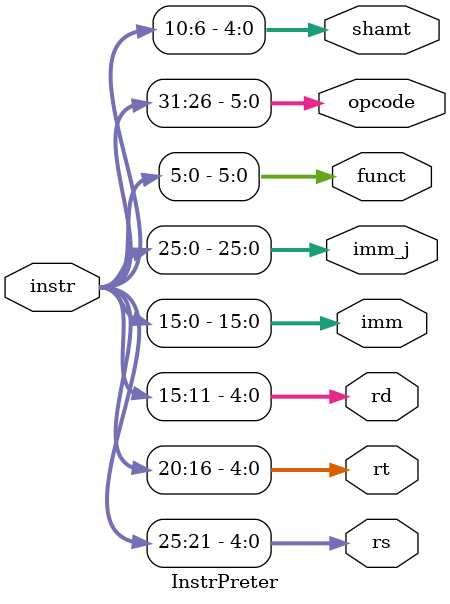
<source format=v>
module InstrPreter(instr,rs,rt,rd,imm,funct,opcode,imm_j,shamt);
input [31:0] instr;
output [4:0] rs,rt,rd;
output [15:0] imm;
output [25:0] imm_j;
output [5:0] funct,opcode;
output [4:0] shamt;
assign opcode=instr[31:26];
assign funct=instr[5:0];
assign rs=instr[25:21];
assign rt=instr[20:16];
assign rd=instr[15:11];
assign shamt=instr[10:6];
assign imm=instr[15:0];
assign imm_j=instr[25:0];
endmodule 
</source>
